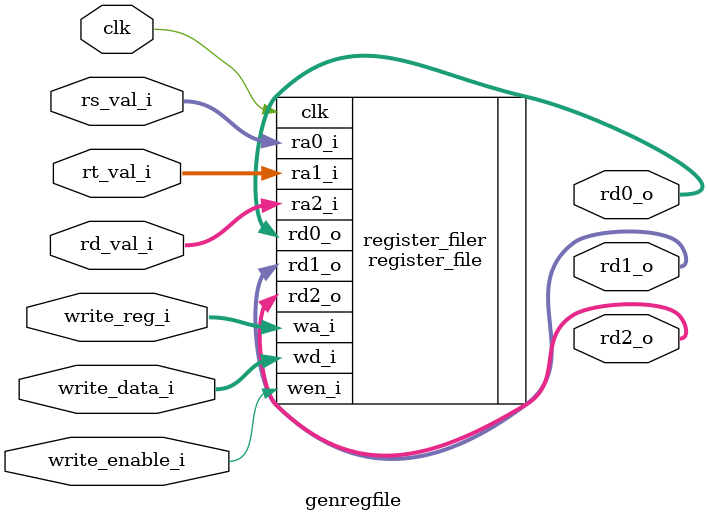
<source format=sv>
/* 
*	Authors: Nicholas Otto and Marc Slaughter
*	nicholasotto / msslaughter@sandiego.edu
*/

// NUM_REG : number of registers in the register file
// SEL_WIDTH : number of bits needed to specify a register
// D_WIDTH : data width
module genregfile#(parameter NUM_REG=16, SEL_WIDTH=3, D_WIDTH=34)
(
	input clk,
	input write_enable_i,
	input [SEL_WIDTH-1 : 0] write_reg_i,// addr of reg to write
	input [SEL_WIDTH-1 : 0] rs_val_i,
	input [SEL_WIDTH-1 : 0] rt_val_i,
	input [SEL_WIDTH-1 : 0] rd_val_i,
	
	output [D_WIDTH-1 : 0] rd0_o,
	output [D_WIDTH-1 : 0] rd1_o,
	output [D_WIDTH-1 : 0] rd2_o,
	
	input [D_WIDTH-1 : 0] write_data_i // data to write to reg
);

register_file register_filer(
	.clk(clk)
	,.wen_i(write_enable_i)
	,.wa_i(write_reg_i)
	,.ra0_i(rs_val_i)
	,.ra1_i(rt_val_i)
	,.ra2_i(rd_val_i)
	,.wd_i(write_data_i)
	,.rd0_o(rd0_o)
	,.rd1_o(rd1_o)
	,.rd2_o(rd2_o)
);

endmodule

</source>
